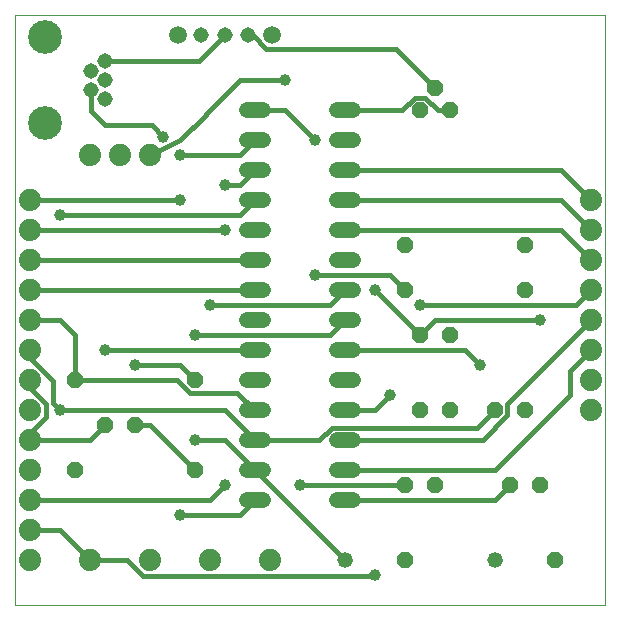
<source format=gtl>
G75*
%MOIN*%
%OFA0B0*%
%FSLAX25Y25*%
%IPPOS*%
%LPD*%
%AMOC8*
5,1,8,0,0,1.08239X$1,22.5*
%
%ADD10C,0.00000*%
%ADD11OC8,0.05200*%
%ADD12C,0.05200*%
%ADD13C,0.05150*%
%ADD14C,0.11220*%
%ADD15C,0.05200*%
%ADD16C,0.05937*%
%ADD17C,0.07400*%
%ADD18C,0.01600*%
%ADD19C,0.03962*%
D10*
X0006800Y0006800D02*
X0006800Y0203650D01*
X0203650Y0203650D01*
X0203650Y0006800D01*
X0006800Y0006800D01*
D11*
X0026800Y0051800D03*
X0036800Y0066800D03*
X0046800Y0066800D03*
X0026800Y0081800D03*
X0066800Y0081800D03*
X0066800Y0051800D03*
X0136800Y0046800D03*
X0146800Y0046800D03*
X0136800Y0021800D03*
X0171800Y0046800D03*
X0181800Y0046800D03*
X0186800Y0021800D03*
X0176800Y0071800D03*
X0166800Y0071800D03*
X0151800Y0071800D03*
X0141800Y0071800D03*
X0141800Y0096800D03*
X0151800Y0096800D03*
X0136800Y0111800D03*
X0136800Y0126800D03*
X0176800Y0126800D03*
X0176800Y0111800D03*
X0151800Y0171800D03*
X0146800Y0179300D03*
X0141800Y0171800D03*
D12*
X0116800Y0021800D03*
X0166800Y0021800D03*
D13*
X0036879Y0175501D03*
X0032154Y0178650D03*
X0036879Y0181800D03*
X0032154Y0184950D03*
X0036879Y0188099D03*
X0068926Y0196800D03*
X0076800Y0196800D03*
X0084674Y0196800D03*
D14*
X0016800Y0196170D03*
X0016800Y0167430D03*
D15*
X0084200Y0171800D02*
X0089400Y0171800D01*
X0089400Y0161800D02*
X0084200Y0161800D01*
X0084200Y0151800D02*
X0089400Y0151800D01*
X0089400Y0141800D02*
X0084200Y0141800D01*
X0084200Y0131800D02*
X0089400Y0131800D01*
X0089400Y0121800D02*
X0084200Y0121800D01*
X0084200Y0111800D02*
X0089400Y0111800D01*
X0089400Y0101800D02*
X0084200Y0101800D01*
X0084200Y0091800D02*
X0089400Y0091800D01*
X0089400Y0081800D02*
X0084200Y0081800D01*
X0084200Y0071800D02*
X0089400Y0071800D01*
X0089400Y0061800D02*
X0084200Y0061800D01*
X0084200Y0051800D02*
X0089400Y0051800D01*
X0089400Y0041800D02*
X0084200Y0041800D01*
X0114200Y0041800D02*
X0119400Y0041800D01*
X0119400Y0051800D02*
X0114200Y0051800D01*
X0114200Y0061800D02*
X0119400Y0061800D01*
X0119400Y0071800D02*
X0114200Y0071800D01*
X0114200Y0081800D02*
X0119400Y0081800D01*
X0119400Y0091800D02*
X0114200Y0091800D01*
X0114200Y0101800D02*
X0119400Y0101800D01*
X0119400Y0111800D02*
X0114200Y0111800D01*
X0114200Y0121800D02*
X0119400Y0121800D01*
X0119400Y0131800D02*
X0114200Y0131800D01*
X0114200Y0141800D02*
X0119400Y0141800D01*
X0119400Y0151800D02*
X0114200Y0151800D01*
X0114200Y0161800D02*
X0119400Y0161800D01*
X0119400Y0171800D02*
X0114200Y0171800D01*
D16*
X0092548Y0196800D03*
X0061052Y0196800D03*
D17*
X0051800Y0156800D03*
X0041800Y0156800D03*
X0031800Y0156800D03*
X0011800Y0141800D03*
X0011800Y0131800D03*
X0011800Y0121800D03*
X0011800Y0111800D03*
X0011800Y0101800D03*
X0011800Y0091800D03*
X0011800Y0081800D03*
X0011800Y0071800D03*
X0011800Y0061800D03*
X0011800Y0051800D03*
X0011800Y0041800D03*
X0011800Y0031800D03*
X0011800Y0021800D03*
X0031800Y0021800D03*
X0051800Y0021800D03*
X0071800Y0021800D03*
X0091800Y0021800D03*
X0198800Y0071800D03*
X0198800Y0081800D03*
X0198800Y0091800D03*
X0198800Y0101800D03*
X0198800Y0111800D03*
X0198800Y0121800D03*
X0198800Y0131800D03*
X0198800Y0141800D03*
D18*
X0188800Y0151800D01*
X0116800Y0151800D01*
X0116800Y0141800D02*
X0188800Y0141800D01*
X0198800Y0131800D01*
X0188800Y0131800D02*
X0198800Y0121800D01*
X0198800Y0111800D02*
X0193800Y0106800D01*
X0141800Y0106800D01*
X0146800Y0101800D02*
X0141800Y0096800D01*
X0126800Y0111800D01*
X0131800Y0116800D02*
X0136800Y0111800D01*
X0131800Y0116800D02*
X0106800Y0116800D01*
X0111800Y0106800D02*
X0116800Y0111800D01*
X0111800Y0106800D02*
X0071800Y0106800D01*
X0066800Y0096800D02*
X0111800Y0096800D01*
X0116800Y0101800D01*
X0116800Y0091800D02*
X0156800Y0091800D01*
X0161800Y0086800D01*
X0171000Y0074000D02*
X0171000Y0070060D01*
X0162740Y0061800D01*
X0116800Y0061800D01*
X0112460Y0066000D02*
X0161000Y0066000D01*
X0166800Y0071800D01*
X0171000Y0074000D02*
X0198800Y0101800D01*
X0198800Y0091800D02*
X0191800Y0084800D01*
X0191800Y0076800D01*
X0166800Y0051800D01*
X0116800Y0051800D01*
X0108260Y0061800D02*
X0112460Y0066000D01*
X0108260Y0061800D02*
X0086800Y0061800D01*
X0076800Y0071800D01*
X0021800Y0071800D01*
X0019500Y0074100D01*
X0019500Y0081595D01*
X0011800Y0089295D01*
X0011800Y0091800D01*
X0011800Y0081800D02*
X0011800Y0079295D01*
X0017100Y0073995D01*
X0017100Y0069605D01*
X0011800Y0064305D01*
X0011800Y0061800D01*
X0031800Y0061800D01*
X0036800Y0066800D01*
X0046800Y0066800D02*
X0051800Y0066800D01*
X0066800Y0051800D01*
X0066800Y0061800D02*
X0076800Y0061800D01*
X0086800Y0051800D01*
X0116800Y0021800D01*
X0124900Y0016500D02*
X0125200Y0016800D01*
X0126800Y0016800D01*
X0124900Y0016500D02*
X0049605Y0016500D01*
X0044305Y0021800D01*
X0031800Y0021800D01*
X0021800Y0031800D01*
X0011800Y0031800D01*
X0011800Y0041800D02*
X0071800Y0041800D01*
X0076800Y0046800D01*
X0081800Y0036800D02*
X0086800Y0041800D01*
X0081800Y0036800D02*
X0061800Y0036800D01*
X0086800Y0071800D02*
X0081000Y0077600D01*
X0065060Y0077600D01*
X0060860Y0081800D01*
X0026800Y0081800D01*
X0026800Y0096800D01*
X0021800Y0101800D01*
X0011800Y0101800D01*
X0011800Y0111800D02*
X0086800Y0111800D01*
X0086800Y0121800D02*
X0011800Y0121800D01*
X0011800Y0131800D02*
X0076800Y0131800D01*
X0081800Y0136800D02*
X0086800Y0141800D01*
X0081800Y0146800D02*
X0086800Y0151800D01*
X0081800Y0146800D02*
X0076800Y0146800D01*
X0081800Y0136800D02*
X0021800Y0136800D01*
X0011800Y0141800D02*
X0061800Y0141800D01*
X0061800Y0156800D02*
X0081800Y0156800D01*
X0086800Y0161800D01*
X0086800Y0171800D02*
X0096800Y0171800D01*
X0106800Y0161800D01*
X0116800Y0171800D02*
X0135860Y0171800D01*
X0140060Y0176000D01*
X0143540Y0176000D01*
X0147740Y0171800D01*
X0151800Y0171800D01*
X0146800Y0179300D02*
X0133869Y0192231D01*
X0090656Y0192231D01*
X0086087Y0196800D01*
X0084674Y0196800D01*
X0076800Y0196800D02*
X0068099Y0188099D01*
X0036879Y0188099D01*
X0032154Y0178650D02*
X0032154Y0171446D01*
X0036800Y0166800D01*
X0052398Y0166800D01*
X0056209Y0162989D01*
X0061864Y0161800D02*
X0051800Y0156800D01*
X0061864Y0161800D02*
X0070381Y0170317D01*
X0070381Y0170381D01*
X0081800Y0181800D01*
X0096800Y0181800D01*
X0116800Y0131800D02*
X0188800Y0131800D01*
X0181800Y0101800D02*
X0146800Y0101800D01*
X0131800Y0076800D02*
X0126800Y0071800D01*
X0116800Y0071800D01*
X0101800Y0046800D02*
X0136800Y0046800D01*
X0116800Y0041800D02*
X0166800Y0041800D01*
X0171800Y0046800D01*
X0086800Y0091800D02*
X0036800Y0091800D01*
X0046800Y0086800D02*
X0061800Y0086800D01*
X0066800Y0081800D01*
D19*
X0066800Y0096800D03*
X0071800Y0106800D03*
X0076800Y0131800D03*
X0076800Y0146800D03*
X0061800Y0141800D03*
X0061800Y0156800D03*
X0056209Y0162989D03*
X0021800Y0136800D03*
X0036800Y0091800D03*
X0046800Y0086800D03*
X0021800Y0071800D03*
X0061800Y0036800D03*
X0076800Y0046800D03*
X0066800Y0061800D03*
X0101800Y0046800D03*
X0126800Y0016800D03*
X0131800Y0076800D03*
X0141800Y0106800D03*
X0126800Y0111800D03*
X0106800Y0116800D03*
X0106800Y0161800D03*
X0096800Y0181800D03*
X0181800Y0101800D03*
X0161800Y0086800D03*
M02*

</source>
